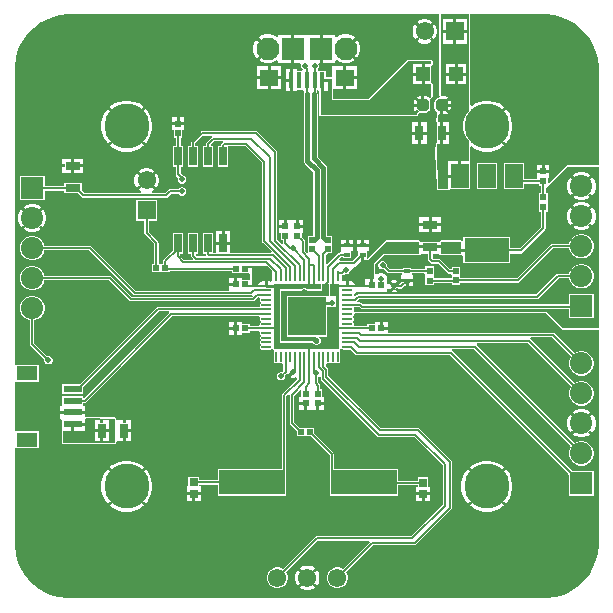
<source format=gtl>
G04*
G04 #@! TF.GenerationSoftware,Altium Limited,Altium Designer,24.1.2 (44)*
G04*
G04 Layer_Physical_Order=1*
G04 Layer_Color=255*
%FSLAX25Y25*%
%MOIN*%
G70*
G04*
G04 #@! TF.SameCoordinates,39EB1DAC-EBEA-44A6-9D02-620A6BFF75B3*
G04*
G04*
G04 #@! TF.FilePolarity,Positive*
G04*
G01*
G75*
%ADD13C,0.01000*%
%ADD15C,0.00800*%
%ADD16R,0.02126X0.02284*%
%ADD17R,0.02284X0.02126*%
%ADD18R,0.02756X0.05118*%
%ADD19R,0.22047X0.08268*%
%ADD20R,0.02648X0.02816*%
%ADD21R,0.02029X0.01860*%
%ADD22R,0.01860X0.02029*%
%ADD23R,0.01968X0.01575*%
%ADD24R,0.14961X0.07874*%
%ADD25R,0.05906X0.07874*%
G04:AMPARAMS|DCode=26|XSize=40mil|YSize=40mil|CornerRadius=10mil|HoleSize=0mil|Usage=FLASHONLY|Rotation=90.000|XOffset=0mil|YOffset=0mil|HoleType=Round|Shape=RoundedRectangle|*
%AMROUNDEDRECTD26*
21,1,0.04000,0.02000,0,0,90.0*
21,1,0.02000,0.04000,0,0,90.0*
1,1,0.02000,0.01000,0.01000*
1,1,0.02000,0.01000,-0.01000*
1,1,0.02000,-0.01000,-0.01000*
1,1,0.02000,-0.01000,0.01000*
%
%ADD26ROUNDEDRECTD26*%
%ADD27R,0.12598X0.12598*%
%ADD28O,0.00787X0.03445*%
%ADD29O,0.03445X0.00787*%
%ADD30R,0.02165X0.02362*%
%ADD31R,0.05118X0.02756*%
%ADD32R,0.04724X0.04724*%
%ADD33R,0.01575X0.05315*%
%ADD34R,0.06299X0.05512*%
%ADD35R,0.07480X0.07480*%
%ADD36R,0.02559X0.06102*%
%ADD37R,0.07087X0.04724*%
%ADD38R,0.06102X0.02362*%
%ADD65C,0.00600*%
%ADD66C,0.01687*%
%ADD67C,0.06102*%
%ADD68R,0.06102X0.06102*%
%ADD69R,0.06102X0.06102*%
%ADD70C,0.07677*%
%ADD71C,0.07382*%
%ADD72R,0.07382X0.07382*%
%ADD73C,0.15000*%
%ADD74C,0.02000*%
%ADD75C,0.01968*%
G36*
X139900Y179162D02*
X137688D01*
Y178055D01*
X136688D01*
Y179162D01*
X133826D01*
Y176300D01*
X134934D01*
Y175300D01*
X133826D01*
Y172438D01*
X136688D01*
Y173545D01*
X137688D01*
Y172438D01*
X139900D01*
Y168138D01*
X139400Y167937D01*
X138880Y168284D01*
X138100Y168439D01*
X137600D01*
Y167292D01*
X136600D01*
Y168439D01*
X136100D01*
X135320Y168284D01*
X135082Y168125D01*
X135917Y167290D01*
X135210Y166583D01*
X134375Y167418D01*
X134216Y167180D01*
X134061Y166400D01*
Y165900D01*
X135208D01*
Y164900D01*
X134061D01*
Y164400D01*
X134216Y163620D01*
X134375Y163382D01*
X135210Y164217D01*
X135917Y163510D01*
X135082Y162675D01*
X135194Y162600D01*
X135043Y162100D01*
X103000D01*
Y170043D01*
X103043D01*
Y171151D01*
X104043D01*
Y170043D01*
X105331D01*
Y173201D01*
X104223D01*
Y174201D01*
X105331D01*
Y174300D01*
X106700D01*
Y167200D01*
X119000Y167200D01*
X132000Y180200D01*
X139900D01*
Y179162D01*
D02*
G37*
G36*
X152400Y163572D02*
X152328Y163500D01*
X151464Y162207D01*
X150868Y160769D01*
X150565Y159243D01*
Y157686D01*
X150868Y156160D01*
X151464Y154722D01*
X152328Y153429D01*
X152400Y153357D01*
Y146739D01*
X149845D01*
Y145631D01*
X148845D01*
Y146739D01*
X145392D01*
Y142302D01*
X146500D01*
Y141302D01*
X145392D01*
Y137600D01*
X142102Y137600D01*
X141722Y150464D01*
X141786Y152541D01*
X142940D01*
Y153648D01*
X143940D01*
Y152541D01*
X145818D01*
Y155600D01*
X144711D01*
Y156600D01*
X145818D01*
Y159659D01*
X143940D01*
Y158552D01*
X142940D01*
Y159659D01*
X142367D01*
X142019Y160018D01*
X142084Y162109D01*
X142400Y162361D01*
X142900D01*
Y163508D01*
X143900D01*
Y162361D01*
X144400D01*
X145180Y162516D01*
X145418Y162675D01*
X144583Y163510D01*
X145290Y164217D01*
X146125Y163382D01*
X146284Y163620D01*
X146439Y164400D01*
Y164900D01*
X145292D01*
Y165900D01*
X146439D01*
Y166400D01*
X146284Y167180D01*
X146125Y167418D01*
X145290Y166583D01*
X144583Y167290D01*
X145418Y168125D01*
X145180Y168284D01*
X144400Y168439D01*
X143172D01*
X143000Y168700D01*
Y195831D01*
X152400D01*
Y163572D01*
D02*
G37*
G36*
X180815Y195511D02*
X183178Y194878D01*
X185439Y193942D01*
X187557Y192719D01*
X189499Y191229D01*
X191229Y189499D01*
X192719Y187557D01*
X193942Y185439D01*
X194878Y183178D01*
X195511Y180815D01*
X195831Y178389D01*
Y177165D01*
Y145333D01*
X185200D01*
X184894Y145206D01*
X179145Y139457D01*
X178683Y139648D01*
Y141192D01*
X179283D01*
Y142873D01*
X178175D01*
Y143873D01*
X179283D01*
Y145554D01*
X177700D01*
Y144447D01*
X176700D01*
Y145554D01*
X175117D01*
Y143873D01*
X176225D01*
Y142873D01*
X175117D01*
Y141192D01*
X174762Y140842D01*
X170808D01*
Y146139D01*
X164102D01*
Y137465D01*
X170808D01*
Y139211D01*
X175717D01*
Y138446D01*
X176384D01*
Y136254D01*
X175717D01*
Y133092D01*
X175717D01*
Y132908D01*
X175717D01*
Y129746D01*
X176384D01*
Y124838D01*
X169360Y117814D01*
X166280D01*
Y121335D01*
X150520D01*
Y120566D01*
X150020Y120291D01*
X149920Y120333D01*
X143059D01*
X142753Y120206D01*
X142459Y119938D01*
X136541D01*
X136247Y120206D01*
X135941Y120333D01*
X124756D01*
X124750Y120330D01*
X124743Y120333D01*
X124598Y120267D01*
X124450Y120206D01*
X124447Y120200D01*
X124441Y120197D01*
X118862Y114285D01*
X118438Y114473D01*
X118384Y114633D01*
X118384Y116713D01*
X118812Y116887D01*
X118984D01*
Y118175D01*
X117877D01*
Y119175D01*
X118984D01*
Y120462D01*
X117500D01*
Y119355D01*
X116500D01*
Y120462D01*
X115016D01*
Y119175D01*
X116123D01*
Y118175D01*
X115016D01*
Y116887D01*
X115188D01*
X115616Y116713D01*
X115616Y116387D01*
Y115491D01*
X113740Y113616D01*
X109476D01*
X109269Y114116D01*
X109863Y114709D01*
X110516D01*
Y114338D01*
X113284D01*
X113284Y116713D01*
X113712Y116887D01*
X113884D01*
Y118175D01*
X112777D01*
Y119175D01*
X113884D01*
Y120462D01*
X112400D01*
Y119355D01*
X111400D01*
Y120462D01*
X109916D01*
Y119175D01*
X111023D01*
Y118175D01*
X109916D01*
Y116887D01*
X109916D01*
X110115Y116399D01*
X110104Y116341D01*
X109525D01*
X109525Y116341D01*
X109213Y116279D01*
X108948Y116102D01*
X108948Y116102D01*
X105253Y112406D01*
X104753Y112613D01*
Y115424D01*
X105324Y115995D01*
X106830D01*
Y118476D01*
X106830Y118824D01*
X106830Y119324D01*
Y121805D01*
X105536D01*
X105468Y121818D01*
X105211Y122075D01*
Y144579D01*
X105115Y145064D01*
X104840Y145476D01*
X102055Y148261D01*
Y169100D01*
X101958Y169585D01*
X101800Y169822D01*
Y170290D01*
X101927Y170417D01*
X102527Y170159D01*
X102567Y170043D01*
Y162100D01*
X102694Y161794D01*
X103000Y161667D01*
X135043D01*
X135142Y161708D01*
X135248Y161719D01*
X135289Y161769D01*
X135350Y161794D01*
X135390Y161892D01*
X135458Y161975D01*
X135608Y162475D01*
X135598Y162579D01*
X136010Y162990D01*
X136100Y162973D01*
X138100D01*
X138646Y163081D01*
X139109Y163391D01*
X139419Y163854D01*
X139527Y164400D01*
Y166400D01*
X139419Y166946D01*
X139365Y167026D01*
X139447Y167358D01*
X139487Y167420D01*
X139613Y167556D01*
X140061Y167736D01*
X140124Y167798D01*
X140206Y167831D01*
X140238Y167909D01*
X140298Y167967D01*
X140299Y168056D01*
X140333Y168138D01*
Y172438D01*
X140206Y172744D01*
X139950Y173038D01*
Y178562D01*
X140206Y178856D01*
X140333Y179162D01*
Y180200D01*
X140206Y180506D01*
X139900Y180633D01*
X132000D01*
X131694Y180506D01*
X118821Y167633D01*
X107133Y167633D01*
Y170831D01*
X110524D01*
Y171938D01*
X111524D01*
Y170831D01*
X115173D01*
Y174087D01*
X114066D01*
Y175087D01*
X115173D01*
Y178342D01*
X111524D01*
Y177235D01*
X110524D01*
Y178342D01*
X106874D01*
Y174849D01*
X106700Y174733D01*
X105331D01*
X105231Y174691D01*
X104731Y174926D01*
Y176758D01*
X102159Y176758D01*
X102006Y176911D01*
X102006Y177529D01*
X102176Y177699D01*
X102389Y178214D01*
Y178771D01*
X102298Y178992D01*
X102622Y179492D01*
X102650D01*
Y180600D01*
X103650D01*
Y179492D01*
X107890D01*
Y180264D01*
X108352Y180455D01*
X108446Y180360D01*
X109550Y179724D01*
X110780Y179394D01*
X112054D01*
X113285Y179724D01*
X114388Y180360D01*
X114485Y180457D01*
X113679Y181263D01*
X114386Y181971D01*
X115192Y181165D01*
X115289Y181261D01*
X115926Y182365D01*
X116256Y183595D01*
Y184869D01*
X115926Y186100D01*
X115289Y187203D01*
X115192Y187300D01*
X114386Y186494D01*
X113679Y187201D01*
X114485Y188007D01*
X114388Y188104D01*
X113285Y188741D01*
X112054Y189071D01*
X110780D01*
X109550Y188741D01*
X108446Y188104D01*
X108352Y188009D01*
X107890Y188201D01*
Y188972D01*
X103650D01*
Y187865D01*
X102650D01*
Y188972D01*
X94201D01*
Y187865D01*
X93201D01*
Y188972D01*
X88961D01*
Y188201D01*
X88499Y188009D01*
X88404Y188104D01*
X87301Y188741D01*
X86070Y189071D01*
X84796D01*
X83565Y188741D01*
X82462Y188104D01*
X82365Y188007D01*
X83171Y187201D01*
X82464Y186494D01*
X81658Y187300D01*
X81561Y187203D01*
X80924Y186100D01*
X80594Y184869D01*
Y183595D01*
X80924Y182365D01*
X81561Y181261D01*
X81658Y181165D01*
X82464Y181971D01*
X83171Y181263D01*
X82365Y180457D01*
X82462Y180360D01*
X83565Y179724D01*
X84796Y179394D01*
X86070D01*
X87301Y179724D01*
X88404Y180360D01*
X88499Y180455D01*
X88961Y180264D01*
Y179492D01*
X93201D01*
Y180600D01*
X94201D01*
Y179492D01*
X96144D01*
X96478Y178992D01*
X96400Y178803D01*
Y178246D01*
X96613Y177732D01*
X97007Y177338D01*
X96940Y176824D01*
X96877Y176758D01*
X95095D01*
Y177358D01*
X93807D01*
Y176251D01*
X92807D01*
Y177358D01*
X91520D01*
Y174201D01*
X92627D01*
Y173201D01*
X91520D01*
Y170043D01*
X92807D01*
Y171151D01*
X93807D01*
Y170043D01*
X95095D01*
Y170643D01*
X97256Y170643D01*
X97610Y170290D01*
Y169856D01*
X97429Y169585D01*
X97332Y169100D01*
Y146830D01*
X97429Y146345D01*
X97703Y145933D01*
X100489Y143148D01*
Y122075D01*
X100232Y121818D01*
X100164Y121805D01*
X98870D01*
Y119324D01*
X98870Y118976D01*
X98870Y118476D01*
Y116429D01*
X98370Y116222D01*
X97816Y116776D01*
Y120086D01*
X97754Y120398D01*
X97577Y120663D01*
X97577Y120663D01*
X96663Y121576D01*
Y122894D01*
X97263D01*
Y124535D01*
X96155D01*
Y125535D01*
X97263D01*
Y127177D01*
X95700D01*
Y126070D01*
X94700D01*
Y127177D01*
X91800D01*
Y126070D01*
X90800D01*
Y127177D01*
X89237D01*
Y125535D01*
X90345D01*
Y124535D01*
X89237D01*
Y122894D01*
X89837D01*
Y120423D01*
X90484D01*
Y119432D01*
X90335Y119316D01*
X90008Y119202D01*
X88614Y120596D01*
Y149700D01*
X88559Y149973D01*
X88405Y150205D01*
X82105Y156505D01*
X81873Y156659D01*
X81600Y156714D01*
X63500D01*
X63227Y156659D01*
X62995Y156505D01*
X59995Y153505D01*
X59841Y153273D01*
X59786Y153000D01*
Y151820D01*
X58820D01*
Y144917D01*
X62179D01*
Y151820D01*
X61214D01*
Y152704D01*
X63796Y155286D01*
X66705D01*
X66817Y154786D01*
X66695Y154705D01*
X65095Y153105D01*
X64941Y152873D01*
X64886Y152600D01*
Y151820D01*
X63820D01*
Y144917D01*
X67180D01*
Y151820D01*
X66351D01*
X66329Y152320D01*
X67496Y153486D01*
X70295D01*
X70320Y153454D01*
X70477Y152986D01*
X70095Y152605D01*
X69941Y152373D01*
X69886Y152100D01*
Y151820D01*
X68821D01*
Y144917D01*
X72180D01*
Y151820D01*
X72652Y151886D01*
X78004D01*
X83586Y146304D01*
Y120100D01*
X83641Y119827D01*
X83795Y119595D01*
X86727Y116664D01*
X86520Y116164D01*
X72780D01*
Y118931D01*
X71672D01*
Y119931D01*
X72780D01*
Y123483D01*
X71000D01*
Y122375D01*
X70000D01*
Y123483D01*
X68221D01*
Y119931D01*
X69328D01*
Y118931D01*
X68221D01*
Y116164D01*
X67180D01*
Y122883D01*
X63820D01*
Y115980D01*
X64789D01*
X64944Y115504D01*
X64685Y115014D01*
X61796D01*
X61329Y115480D01*
X61492Y115980D01*
X62179D01*
Y122883D01*
X58820D01*
Y115980D01*
X59786D01*
Y115300D01*
X59841Y115027D01*
X59995Y114795D01*
X60515Y114276D01*
X60324Y113814D01*
X57596D01*
X56114Y115296D01*
Y115980D01*
X57179D01*
Y122883D01*
X53821D01*
Y116990D01*
X50786Y113955D01*
X50631Y113723D01*
X50577Y113450D01*
Y112684D01*
X50223Y112330D01*
X49876D01*
X49377Y112330D01*
X49023Y112684D01*
Y119590D01*
X48969Y119863D01*
X48814Y120095D01*
X45714Y123196D01*
Y126949D01*
X48451D01*
Y133851D01*
X41549D01*
Y126949D01*
X44286D01*
Y122900D01*
X44341Y122627D01*
X44495Y122395D01*
X47596Y119295D01*
Y112330D01*
X46895D01*
Y109670D01*
X49376D01*
X49724Y109670D01*
X50224Y109670D01*
X52705D01*
Y110186D01*
X73395D01*
Y109570D01*
X76224D01*
Y109570D01*
X76376D01*
Y109570D01*
X79205D01*
X79567Y109237D01*
Y107684D01*
X79377Y107263D01*
X76906D01*
Y107863D01*
X75265D01*
Y106755D01*
X74265D01*
Y107863D01*
X72623D01*
Y106300D01*
X73730D01*
Y105300D01*
X72623D01*
Y103737D01*
X72215Y103514D01*
X41396D01*
X26609Y118300D01*
X26378Y118455D01*
X26105Y118509D01*
X10934D01*
X10702Y119374D01*
X10163Y120307D01*
X9402Y121069D01*
X8469Y121607D01*
X7428Y121886D01*
X6351D01*
X5311Y121607D01*
X4378Y121069D01*
X3616Y120307D01*
X3078Y119374D01*
X2799Y118334D01*
Y117257D01*
X3078Y116216D01*
X3616Y115283D01*
X4378Y114522D01*
X5311Y113983D01*
X6351Y113704D01*
X7428D01*
X8469Y113983D01*
X9402Y114522D01*
X10163Y115283D01*
X10702Y116216D01*
X10934Y117082D01*
X25809D01*
X40595Y102295D01*
X40827Y102141D01*
X41100Y102086D01*
X79800D01*
X80073Y102141D01*
X80106Y102163D01*
X80440Y101784D01*
X80204Y101514D01*
X40096D01*
X33309Y108300D01*
X33078Y108455D01*
X32805Y108509D01*
X10934D01*
X10702Y109374D01*
X10163Y110307D01*
X9402Y111069D01*
X8469Y111607D01*
X7428Y111886D01*
X6351D01*
X5311Y111607D01*
X4378Y111069D01*
X3616Y110307D01*
X3078Y109374D01*
X2799Y108334D01*
Y107257D01*
X3078Y106216D01*
X3616Y105283D01*
X4378Y104522D01*
X5311Y103983D01*
X6351Y103704D01*
X7428D01*
X8469Y103983D01*
X9402Y104522D01*
X10163Y105283D01*
X10702Y106216D01*
X10934Y107082D01*
X32509D01*
X39295Y100295D01*
X39527Y100141D01*
X39800Y100086D01*
X80500D01*
X80773Y100141D01*
X81005Y100295D01*
X82082Y101373D01*
X82592D01*
X82850Y100873D01*
X82815Y100821D01*
X82754Y100512D01*
X82815Y100202D01*
X82991Y99940D01*
Y99509D01*
X82815Y99247D01*
X82754Y98937D01*
X82815Y98627D01*
X82850Y98576D01*
X82592Y98076D01*
X48685D01*
X48412Y98022D01*
X48180Y97867D01*
X22761Y72447D01*
X16868D01*
Y69285D01*
X23770D01*
Y71438D01*
X48981Y96649D01*
X52336D01*
X52539Y96149D01*
X24270Y67879D01*
X23770Y68086D01*
Y68510D01*
X16868D01*
X16868Y65348D01*
X16440Y65173D01*
X16268D01*
Y63492D01*
X17375D01*
Y62492D01*
X16268D01*
Y60811D01*
X16440D01*
X16868Y60636D01*
Y57474D01*
X16868Y57474D01*
X16908Y56974D01*
X16867Y56874D01*
Y52800D01*
X16994Y52494D01*
X17300Y52367D01*
X34400D01*
X34706Y52494D01*
X34833Y52800D01*
Y52977D01*
X35162Y53341D01*
X35333Y53341D01*
X37040D01*
Y54448D01*
X38040D01*
Y53341D01*
X39918D01*
Y56400D01*
X38811D01*
Y57400D01*
X39918D01*
Y60459D01*
X38040D01*
Y59351D01*
X37040D01*
Y60459D01*
X35333D01*
X35162Y60459D01*
X34833Y60823D01*
Y60950D01*
X34770Y61102D01*
X34708Y61255D01*
X34707Y61255D01*
X34706Y61256D01*
X34554Y61319D01*
X34402Y61383D01*
X24727Y61440D01*
X24722Y61444D01*
X24377Y61819D01*
X24370Y61834D01*
Y62492D01*
X23262D01*
Y63492D01*
X24370D01*
Y65173D01*
X24198D01*
X23770Y65348D01*
X23770Y65673D01*
Y66215D01*
X24329D01*
X24602Y66270D01*
X24834Y66425D01*
X53483Y95074D01*
X82592D01*
X82850Y94574D01*
X82815Y94522D01*
X82754Y94213D01*
X82815Y93903D01*
X82991Y93640D01*
Y93210D01*
X82815Y92948D01*
X82754Y92638D01*
X82815Y92328D01*
X82824Y92316D01*
X82556Y91816D01*
X79377D01*
Y92463D01*
X76906D01*
Y93063D01*
X75265D01*
Y91955D01*
X74265D01*
Y93063D01*
X72623D01*
Y91500D01*
X73730D01*
Y90500D01*
X72623D01*
Y88937D01*
X74265D01*
Y90045D01*
X75265D01*
Y88937D01*
X76906D01*
Y89537D01*
X79377D01*
Y90184D01*
X82472D01*
X82592Y90049D01*
X82793Y89684D01*
X82754Y89488D01*
X82815Y89179D01*
X82991Y88916D01*
Y88486D01*
X82815Y88223D01*
X82754Y87913D01*
X82815Y87604D01*
X82991Y87341D01*
Y86911D01*
X82815Y86648D01*
X82754Y86339D01*
X82815Y86029D01*
X82991Y85766D01*
Y85336D01*
X82815Y85074D01*
X82754Y84764D01*
X82815Y84454D01*
X82991Y84192D01*
X83253Y84016D01*
X83563Y83955D01*
X86221D01*
X86530Y84016D01*
X86697Y84128D01*
X86717Y84131D01*
X87099Y84055D01*
X87256Y83985D01*
X87294Y83894D01*
X87424Y83840D01*
X87504Y83645D01*
X87566Y83349D01*
X87560Y83283D01*
X87441Y83105D01*
X87380Y82795D01*
Y80138D01*
X87441Y79828D01*
X87617Y79566D01*
X87879Y79390D01*
X88189Y79329D01*
X88499Y79390D01*
X88761Y79566D01*
X89192D01*
X89454Y79390D01*
X89764Y79329D01*
X90074Y79390D01*
X90125Y79425D01*
X90625Y79166D01*
Y76934D01*
X90158Y76467D01*
X90079Y76500D01*
X89521D01*
X89007Y76287D01*
X88613Y75893D01*
X88400Y75379D01*
Y74822D01*
X88613Y74307D01*
X89007Y73913D01*
X89521Y73700D01*
X90079D01*
X90593Y73913D01*
X90987Y74307D01*
X91200Y74822D01*
Y75379D01*
X91181Y75423D01*
X91507Y75772D01*
X91976Y75678D01*
X92062Y75469D01*
X92910Y76317D01*
X93617Y75610D01*
X92769Y74762D01*
X93402Y74500D01*
X94198D01*
X94645Y74685D01*
X95151Y74418D01*
X95195Y74104D01*
X90295Y69205D01*
X90141Y68973D01*
X90086Y68700D01*
Y44204D01*
X68701D01*
Y40384D01*
X62424D01*
Y41492D01*
X58976D01*
Y38324D01*
X58376D01*
Y36416D01*
X59484D01*
Y35416D01*
X58376D01*
Y33508D01*
X60200D01*
Y34615D01*
X61200D01*
Y33508D01*
X63024D01*
Y35416D01*
X61916D01*
Y36416D01*
X63024D01*
Y38324D01*
X62424D01*
Y38956D01*
X68701D01*
Y35136D01*
X91548D01*
Y44204D01*
X91514D01*
Y68404D01*
X92218Y69109D01*
X92618Y68931D01*
X92686Y68870D01*
Y59325D01*
X92741Y59052D01*
X92895Y58820D01*
X94995Y56721D01*
Y55070D01*
X97476D01*
X97824Y55070D01*
X98324Y55070D01*
X99711D01*
X106089Y48692D01*
Y43504D01*
X106102Y43435D01*
Y35136D01*
X128950D01*
Y38870D01*
X135476D01*
Y38224D01*
X134876D01*
Y36316D01*
X135984D01*
Y35316D01*
X134876D01*
Y33408D01*
X136700D01*
Y34515D01*
X137700D01*
Y33408D01*
X139524D01*
Y35316D01*
X138416D01*
Y36316D01*
X139524D01*
Y38224D01*
X138924D01*
Y41392D01*
X135476D01*
Y40298D01*
X128950D01*
Y44204D01*
X107516D01*
Y48988D01*
X107462Y49261D01*
X107307Y49493D01*
X100805Y55995D01*
Y57730D01*
X98324D01*
X97976Y57730D01*
X97476Y57730D01*
X96004D01*
X94114Y59621D01*
Y68604D01*
X96037Y70528D01*
X96537Y70321D01*
Y68206D01*
X95937D01*
Y66565D01*
X97045D01*
Y65565D01*
X95937D01*
Y63923D01*
X97500D01*
Y65030D01*
X98500D01*
Y63923D01*
X101600D01*
Y65030D01*
X102600D01*
Y63923D01*
X104163D01*
Y65565D01*
X103055D01*
Y66565D01*
X104163D01*
Y68206D01*
X103563D01*
Y70677D01*
X102916D01*
Y71980D01*
X102916Y71980D01*
X102854Y72292D01*
X102677Y72557D01*
X102216Y73018D01*
Y74718D01*
X102490Y74943D01*
X102986Y74753D01*
Y74200D01*
X103041Y73927D01*
X103195Y73695D01*
X121895Y54995D01*
X122127Y54841D01*
X122400Y54786D01*
X134304D01*
X143686Y45404D01*
Y32196D01*
X133204Y21714D01*
X101709D01*
X101435Y21659D01*
X101204Y21505D01*
X90469Y10770D01*
X89915Y11090D01*
X89037Y11325D01*
X88128D01*
X87251Y11090D01*
X86464Y10636D01*
X85821Y9993D01*
X85367Y9206D01*
X85132Y8328D01*
Y7420D01*
X85367Y6542D01*
X85821Y5755D01*
X86464Y5112D01*
X87251Y4658D01*
X88128Y4423D01*
X89037D01*
X89915Y4658D01*
X90702Y5112D01*
X91344Y5755D01*
X91799Y6542D01*
X92034Y7420D01*
Y8328D01*
X91799Y9206D01*
X91479Y9761D01*
X102004Y20286D01*
X119279D01*
X119486Y19786D01*
X110469Y10770D01*
X109915Y11090D01*
X109037Y11325D01*
X108128D01*
X107251Y11090D01*
X106464Y10636D01*
X105821Y9993D01*
X105367Y9206D01*
X105131Y8328D01*
Y7420D01*
X105367Y6542D01*
X105821Y5755D01*
X106464Y5112D01*
X107251Y4658D01*
X108128Y4423D01*
X109037D01*
X109915Y4658D01*
X110702Y5112D01*
X111344Y5755D01*
X111799Y6542D01*
X112034Y7420D01*
Y8328D01*
X111799Y9206D01*
X111479Y9761D01*
X120604Y18886D01*
X134400D01*
X134673Y18941D01*
X134905Y19095D01*
X146605Y30795D01*
X146759Y31027D01*
X146814Y31300D01*
Y46500D01*
X146759Y46773D01*
X146605Y47005D01*
X136005Y57605D01*
X135773Y57759D01*
X135500Y57814D01*
X122996D01*
X105614Y75196D01*
Y77179D01*
X105559Y77453D01*
X105405Y77684D01*
X104651Y78438D01*
Y79166D01*
X105151Y79425D01*
X105202Y79390D01*
X105512Y79329D01*
X105822Y79390D01*
X106084Y79566D01*
X106514D01*
X106777Y79390D01*
X107087Y79329D01*
X107396Y79390D01*
X107659Y79566D01*
X108089D01*
X108352Y79390D01*
X108661Y79329D01*
X108971Y79390D01*
X109234Y79566D01*
X109409Y79828D01*
X109471Y80138D01*
Y82795D01*
X109409Y83105D01*
X109279Y83300D01*
X109277Y83313D01*
X109333Y83644D01*
X109407Y83853D01*
X109506Y83894D01*
X109563Y84032D01*
X109837Y84120D01*
X110055Y84160D01*
X110114Y84154D01*
X110320Y84016D01*
X110630Y83955D01*
X111926D01*
X111959Y83948D01*
X112937D01*
X114562Y82323D01*
X114562Y82323D01*
X114826Y82146D01*
X115139Y82084D01*
X115139Y82084D01*
X146093D01*
X185870Y42307D01*
Y35279D01*
X194052D01*
Y43461D01*
X187023D01*
X147008Y83477D01*
X146846Y83584D01*
X146945Y84084D01*
X154093D01*
X186544Y51634D01*
X186149Y50949D01*
X185870Y49909D01*
Y48831D01*
X186149Y47791D01*
X186687Y46858D01*
X187449Y46097D01*
X188382Y45558D01*
X189422Y45279D01*
X190499D01*
X191540Y45558D01*
X192473Y46097D01*
X193234Y46858D01*
X193773Y47791D01*
X194052Y48831D01*
Y49909D01*
X193773Y50949D01*
X193234Y51882D01*
X192473Y52644D01*
X191540Y53182D01*
X190499Y53461D01*
X189422D01*
X188382Y53182D01*
X187697Y52787D01*
X155008Y85477D01*
X154996Y85484D01*
X155148Y85984D01*
X172193D01*
X186544Y71633D01*
X186149Y70949D01*
X185870Y69909D01*
Y68831D01*
X186149Y67791D01*
X186687Y66858D01*
X187449Y66097D01*
X188382Y65558D01*
X189422Y65279D01*
X190499D01*
X191540Y65558D01*
X192473Y66097D01*
X193234Y66858D01*
X193773Y67791D01*
X194052Y68831D01*
Y69909D01*
X193773Y70949D01*
X193234Y71882D01*
X192473Y72644D01*
X191540Y73182D01*
X190499Y73461D01*
X189422D01*
X188382Y73182D01*
X187697Y72787D01*
X173108Y87377D01*
X172947Y87484D01*
X173045Y87984D01*
X180193D01*
X186544Y81634D01*
X186149Y80949D01*
X185870Y79909D01*
Y78831D01*
X186149Y77791D01*
X186687Y76858D01*
X187449Y76096D01*
X188382Y75558D01*
X189422Y75279D01*
X190499D01*
X191540Y75558D01*
X192473Y76096D01*
X193234Y76858D01*
X193773Y77791D01*
X194052Y78831D01*
Y79909D01*
X193773Y80949D01*
X193234Y81882D01*
X192473Y82644D01*
X191540Y83182D01*
X190499Y83461D01*
X189422D01*
X188382Y83182D01*
X187697Y82787D01*
X181107Y89377D01*
X180843Y89554D01*
X180531Y89616D01*
X180531Y89616D01*
X125377D01*
Y90600D01*
X124270D01*
Y91600D01*
X125377D01*
Y93163D01*
X123735D01*
Y92055D01*
X122735D01*
Y93163D01*
X121094D01*
Y92563D01*
X118623D01*
Y91879D01*
X114336D01*
X114063Y92286D01*
X114045Y92379D01*
X114097Y92638D01*
X114035Y92948D01*
X113860Y93210D01*
Y93640D01*
X114035Y93903D01*
X114097Y94213D01*
X114035Y94522D01*
X113860Y94785D01*
Y95215D01*
X114035Y95478D01*
X114097Y95787D01*
X114551Y96067D01*
X178221D01*
X183594Y90694D01*
X183900Y90567D01*
X195700D01*
X195831Y90105D01*
Y19685D01*
Y18462D01*
X195511Y16036D01*
X194878Y13672D01*
X193942Y11412D01*
X192719Y9293D01*
X191229Y7352D01*
X189499Y5621D01*
X187557Y4132D01*
X185439Y2909D01*
X183178Y1972D01*
X180815Y1339D01*
X178389Y1020D01*
X18462D01*
X16036Y1339D01*
X13672Y1972D01*
X11412Y2909D01*
X9293Y4132D01*
X7352Y5621D01*
X5621Y7352D01*
X4132Y9293D01*
X2909Y11412D01*
X1972Y13672D01*
X1339Y16036D01*
X1020Y18462D01*
Y19685D01*
Y50716D01*
X1120Y51175D01*
X1519Y51175D01*
X9006D01*
Y56699D01*
X1519D01*
X1120Y56699D01*
X1020Y57158D01*
Y72764D01*
X1120Y73222D01*
X1519Y73222D01*
X9006D01*
Y78746D01*
X1519D01*
X1120Y78746D01*
X1020Y79205D01*
Y177165D01*
Y178389D01*
X1339Y180815D01*
X1972Y183178D01*
X2909Y185439D01*
X4132Y187557D01*
X5621Y189499D01*
X7352Y191229D01*
X9293Y192719D01*
X11412Y193942D01*
X13672Y194878D01*
X16036Y195511D01*
X18462Y195831D01*
X142567D01*
Y168700D01*
X142615Y168584D01*
X142639Y168462D01*
X142727Y168327D01*
X142567Y167905D01*
X142504Y167827D01*
X142400D01*
X141854Y167719D01*
X141391Y167409D01*
X141081Y166946D01*
X140973Y166400D01*
Y164400D01*
X141081Y163854D01*
X141391Y163391D01*
X141854Y163081D01*
X141946Y162553D01*
X141814Y162448D01*
X141805Y162432D01*
X141787Y162425D01*
X141726Y162289D01*
X141654Y162158D01*
X141659Y162140D01*
X141651Y162123D01*
X141586Y160031D01*
X141587Y160028D01*
X141586Y160025D01*
X141646Y159873D01*
X141703Y159722D01*
X141707Y159720D01*
X141708Y159717D01*
X141861Y159559D01*
X141662Y159059D01*
X141662D01*
Y153141D01*
X141480Y152847D01*
X141419Y152700D01*
X141353Y152554D01*
X141289Y150478D01*
X141294Y150464D01*
X141289Y150451D01*
X141669Y137587D01*
X141734Y137441D01*
X141796Y137294D01*
X141802Y137291D01*
X141805Y137285D01*
X141954Y137228D01*
X142102Y137167D01*
X145392Y137167D01*
X145698Y137294D01*
X145992Y137465D01*
X152698D01*
Y146139D01*
X152698D01*
X152778Y146605D01*
X152833Y146739D01*
Y151403D01*
X153333Y151671D01*
X154438Y150932D01*
X155985Y150291D01*
X157627Y149965D01*
X159302D01*
X160944Y150291D01*
X162491Y150932D01*
X163883Y151862D01*
X164121Y152101D01*
X163327Y152895D01*
X164034Y153603D01*
X164829Y152808D01*
X165067Y153046D01*
X165997Y154438D01*
X166638Y155985D01*
X166965Y157627D01*
Y159302D01*
X166638Y160944D01*
X165997Y162491D01*
X165067Y163883D01*
X164829Y164121D01*
X164034Y163327D01*
X163327Y164034D01*
X164121Y164829D01*
X163883Y165067D01*
X162491Y165997D01*
X160944Y166638D01*
X159302Y166965D01*
X157627D01*
X155985Y166638D01*
X154438Y165997D01*
X153333Y165259D01*
X152833Y165526D01*
Y195831D01*
X178389D01*
X180815Y195511D01*
D02*
G37*
G36*
X149920Y117498D02*
X151027D01*
Y116498D01*
X149920D01*
Y115900D01*
X148211D01*
X143059Y115900D01*
Y117660D01*
X141952D01*
Y118660D01*
X143059D01*
Y119900D01*
X149920D01*
Y117498D01*
D02*
G37*
G36*
X195831Y91054D02*
X195700Y91000D01*
X183900D01*
X178400Y96500D01*
X114100D01*
Y98223D01*
X115967D01*
X116395Y97795D01*
X116627Y97641D01*
X116900Y97586D01*
X185870D01*
Y94334D01*
X194052D01*
Y102516D01*
X185870D01*
Y99014D01*
X117196D01*
X116768Y99442D01*
X116536Y99596D01*
X116263Y99651D01*
X115263D01*
X115060Y100151D01*
X115796Y100886D01*
X175200D01*
X175473Y100941D01*
X175705Y101095D01*
X182396Y107786D01*
X185897D01*
X186149Y106846D01*
X186687Y105913D01*
X187449Y105152D01*
X188382Y104613D01*
X189422Y104334D01*
X190499D01*
X191540Y104613D01*
X192473Y105152D01*
X193234Y105913D01*
X193773Y106846D01*
X194052Y107887D01*
Y108964D01*
X193773Y110004D01*
X193234Y110937D01*
X192473Y111699D01*
X191540Y112237D01*
X190499Y112516D01*
X189422D01*
X188382Y112237D01*
X187449Y111699D01*
X186687Y110937D01*
X186149Y110004D01*
X185937Y109214D01*
X182100D01*
X181827Y109159D01*
X181595Y109005D01*
X174904Y102314D01*
X115500D01*
X115227Y102259D01*
X114995Y102105D01*
X114600Y101709D01*
X114100Y101916D01*
Y102600D01*
X114800Y103300D01*
X124793Y103300D01*
X124916Y103300D01*
X124916Y103300D01*
X125277Y103337D01*
X125277Y104075D01*
X125777Y104174D01*
X125862Y103969D01*
X126710Y104817D01*
X127417Y104110D01*
X126569Y103262D01*
X127202Y103000D01*
X127998D01*
X128631Y103262D01*
X127783Y104110D01*
X128490Y104817D01*
X129338Y103969D01*
X129469Y104286D01*
X129778D01*
X130051Y104341D01*
X130283Y104495D01*
X130925Y105138D01*
X131400D01*
Y106245D01*
X132400D01*
Y105138D01*
X133884D01*
Y106425D01*
X132777D01*
Y107425D01*
X133884D01*
Y108713D01*
X133712D01*
X133701Y108717D01*
X133582Y109306D01*
X133638Y109361D01*
X137564D01*
X137917Y109008D01*
Y108692D01*
X137917Y108192D01*
Y105346D01*
X140883D01*
Y106254D01*
X146770D01*
Y105595D01*
X149430D01*
Y106296D01*
X168710D01*
X168983Y106350D01*
X169214Y106505D01*
X180496Y117786D01*
X185897D01*
X186149Y116846D01*
X186687Y115913D01*
X187449Y115152D01*
X188382Y114613D01*
X189422Y114334D01*
X190499D01*
X191540Y114613D01*
X192473Y115152D01*
X193234Y115913D01*
X193773Y116846D01*
X194052Y117887D01*
Y118964D01*
X193773Y120004D01*
X193234Y120937D01*
X192473Y121699D01*
X191540Y122237D01*
X190499Y122516D01*
X189422D01*
X188382Y122237D01*
X187449Y121699D01*
X186687Y120937D01*
X186149Y120004D01*
X185937Y119214D01*
X180200D01*
X179927Y119159D01*
X179695Y119005D01*
X168414Y107723D01*
X149784D01*
X149430Y108077D01*
Y108424D01*
X149430Y108924D01*
Y111405D01*
X146770D01*
Y110806D01*
X146247D01*
X143077Y113977D01*
X142812Y114154D01*
X142500Y114216D01*
X142500Y114216D01*
X140638D01*
X140316Y114538D01*
Y115900D01*
X142626D01*
X142753Y115594D01*
X143059Y115467D01*
X148211Y115467D01*
X149920D01*
X150020Y115508D01*
X150520Y115234D01*
Y112661D01*
X166280D01*
Y115900D01*
X169800D01*
X177800Y123900D01*
Y123958D01*
X177954Y124188D01*
X178016Y124500D01*
X178016Y124500D01*
Y129746D01*
X178683D01*
Y132908D01*
X178683D01*
Y133092D01*
X178683D01*
Y136254D01*
X178016D01*
Y137716D01*
X185200Y144900D01*
X195831D01*
Y91054D01*
D02*
G37*
G36*
X135941Y118660D02*
X137048D01*
Y117660D01*
X135941D01*
Y115900D01*
X123900Y115900D01*
X120800Y112800D01*
Y107463D01*
X120565D01*
Y106355D01*
X119565D01*
Y107463D01*
X117923D01*
Y105505D01*
X117567Y105154D01*
X114743Y105194D01*
X114708Y105236D01*
X114600Y105780D01*
X114292Y106241D01*
X113831Y106549D01*
X113287Y106657D01*
X112459D01*
Y105522D01*
X111459D01*
Y106657D01*
X110630D01*
X110587Y106649D01*
X110200Y106966D01*
Y108130D01*
Y108704D01*
X110931D01*
X111308Y109000D01*
X111679D01*
X112193Y109213D01*
X112587Y109607D01*
X112800Y110122D01*
Y110173D01*
X116500Y113081D01*
Y113415D01*
Y114845D01*
X117500D01*
Y113738D01*
X118539D01*
X118984Y113738D01*
X119000Y113800D01*
X119000Y113800D01*
X124756Y119900D01*
X135941D01*
Y118660D01*
D02*
G37*
G36*
X138684Y114200D02*
X138684Y114200D01*
X138746Y113888D01*
X138923Y113623D01*
X139723Y112823D01*
X139988Y112646D01*
X140300Y112584D01*
X140300Y112584D01*
X142162D01*
X145333Y109414D01*
X145333Y109414D01*
X145598Y109237D01*
X145910Y109175D01*
X146416D01*
X146770Y108821D01*
Y108576D01*
X146770Y108182D01*
X146514Y107682D01*
X141236D01*
X140883Y108035D01*
X140883Y108508D01*
X140883Y109008D01*
Y111854D01*
X137917D01*
Y110789D01*
X133284D01*
Y111262D01*
X130516D01*
Y110789D01*
X126021D01*
X125067Y111742D01*
X125100Y111821D01*
Y112379D01*
X124887Y112893D01*
X124493Y113287D01*
X123978Y113500D01*
X123422D01*
X122907Y113287D01*
X122513Y112893D01*
X122300Y112379D01*
Y111821D01*
X122513Y111307D01*
X122907Y110913D01*
X123422Y110700D01*
X123978D01*
X124058Y110733D01*
X125221Y109570D01*
X125452Y109415D01*
X125725Y109361D01*
X130162D01*
X130218Y109306D01*
X130099Y108717D01*
X130088Y108713D01*
X129916D01*
Y107425D01*
X131023D01*
Y106425D01*
X129753D01*
X129470Y106163D01*
X128490Y105183D01*
X127783Y105890D01*
X128631Y106738D01*
X127998Y107000D01*
X127202D01*
X126569Y106738D01*
X127417Y105890D01*
X126710Y105183D01*
X125862Y106031D01*
X125777Y105826D01*
X125277Y105925D01*
Y107463D01*
X125200D01*
Y107998D01*
X124896Y108733D01*
X124333Y109295D01*
X123598Y109600D01*
X122802D01*
X122067Y109295D01*
X121872Y109100D01*
X121233D01*
Y112621D01*
X124079Y115467D01*
X135941Y115467D01*
X136247Y115594D01*
X136374Y115900D01*
X138684D01*
Y114200D01*
D02*
G37*
G36*
X86700Y110342D02*
Y106956D01*
X86313Y106639D01*
X86221Y106657D01*
X85392D01*
Y105522D01*
X84392D01*
Y106657D01*
X83563D01*
X83019Y106549D01*
X82558Y106241D01*
X82250Y105780D01*
X82198Y105517D01*
X80000Y105546D01*
Y111800D01*
X85242D01*
X86700Y110342D01*
D02*
G37*
G36*
X109200Y84200D02*
X99294D01*
X99213Y84216D01*
X99131Y84200D01*
X87600D01*
Y90855D01*
X87642Y91063D01*
X87600Y91272D01*
Y105028D01*
X87642Y105236D01*
X87600Y105445D01*
Y105800D01*
X99131D01*
X99213Y105784D01*
X99294Y105800D01*
X100706D01*
X100787Y105784D01*
X100869Y105800D01*
X103100D01*
Y104000D01*
X98679D01*
X98393Y104286D01*
X97878Y104499D01*
X97321D01*
X96807Y104286D01*
X96521Y104000D01*
X89391D01*
Y86300D01*
X100358D01*
X100438Y86108D01*
X100832Y85714D01*
X101347Y85501D01*
X101903D01*
X102418Y85714D01*
X102812Y86108D01*
X103025Y86622D01*
Y87179D01*
X102812Y87694D01*
X102418Y88088D01*
X101905Y88300D01*
X105100D01*
Y88301D01*
X105124D01*
Y98100D01*
X108100D01*
Y101900D01*
X106221D01*
Y105800D01*
X107005D01*
X107087Y105784D01*
X107168Y105800D01*
X109200D01*
Y84200D01*
D02*
G37*
G36*
X105668Y101900D02*
X91800Y101900D01*
Y101699D01*
X91726D01*
Y88301D01*
X91800D01*
Y88300D01*
X101472D01*
X101505Y88220D01*
Y88134D01*
X101566Y88073D01*
X101599Y87994D01*
X101679Y87961D01*
X101740Y87900D01*
X102173Y87721D01*
X102445Y87449D01*
X102592Y87093D01*
Y86708D01*
X102445Y86353D01*
X102173Y86081D01*
X101817Y85934D01*
X101433D01*
X101077Y86081D01*
X100805Y86353D01*
X100759Y86466D01*
X100698Y86527D01*
X100665Y86606D01*
X100585Y86639D01*
X100524Y86700D01*
X100438D01*
X100358Y86733D01*
X89824D01*
Y103567D01*
X96521D01*
X96827Y103694D01*
X97052Y103919D01*
X97408Y104066D01*
X97792D01*
X98148Y103919D01*
X98373Y103694D01*
X98679Y103567D01*
X103100D01*
X103406Y103694D01*
X103533Y104000D01*
Y105800D01*
X105430D01*
X105512Y105784D01*
X105594Y105800D01*
X105668D01*
Y101900D01*
D02*
G37*
G36*
X34400Y60950D02*
Y52800D01*
X17300D01*
Y56874D01*
X19819D01*
Y57982D01*
X20819D01*
Y56874D01*
X24370D01*
Y58555D01*
X23262D01*
Y59555D01*
X24370D01*
Y60654D01*
X24725Y61007D01*
X34400Y60950D01*
D02*
G37*
%LPC*%
G36*
X151751Y194051D02*
X148200D01*
Y192944D01*
X147200D01*
Y194051D01*
X143649D01*
Y190500D01*
X144756D01*
Y189500D01*
X143649D01*
Y185949D01*
X147200D01*
Y187056D01*
X148200D01*
Y185949D01*
X151751D01*
Y189500D01*
X150644D01*
Y190500D01*
X151751D01*
Y194051D01*
D02*
G37*
G36*
X151574Y179162D02*
X148712D01*
Y178055D01*
X147712D01*
Y179162D01*
X144850D01*
Y176300D01*
X145957D01*
Y175300D01*
X144850D01*
Y172438D01*
X147712D01*
Y173545D01*
X148712D01*
Y172438D01*
X151574D01*
Y175300D01*
X150466D01*
Y176300D01*
X151574D01*
Y179162D01*
D02*
G37*
G36*
X138233Y194051D02*
X137167D01*
X136136Y193775D01*
X135213Y193242D01*
X135189Y193218D01*
X136001Y192406D01*
X135294Y191699D01*
X134482Y192511D01*
X134458Y192488D01*
X133925Y191564D01*
X133649Y190533D01*
Y189467D01*
X133925Y188436D01*
X134458Y187513D01*
X134482Y187489D01*
X135294Y188301D01*
X136001Y187594D01*
X135189Y186782D01*
X135213Y186758D01*
X136136Y186225D01*
X137167Y185949D01*
X138233D01*
X139264Y186225D01*
X140188Y186758D01*
X140211Y186782D01*
X139399Y187594D01*
X140106Y188301D01*
X140918Y187489D01*
X140942Y187513D01*
X141475Y188436D01*
X141751Y189467D01*
Y190533D01*
X141475Y191564D01*
X140942Y192488D01*
X140918Y192511D01*
X140106Y191699D01*
X139399Y192406D01*
X140211Y193218D01*
X140188Y193242D01*
X139264Y193775D01*
X138233Y194051D01*
D02*
G37*
G36*
X89976Y178342D02*
X86327D01*
Y177235D01*
X85327D01*
Y178342D01*
X81677D01*
Y175087D01*
X82785D01*
Y174087D01*
X81677D01*
Y170831D01*
X85327D01*
Y171938D01*
X86327D01*
Y170831D01*
X89976D01*
Y174087D01*
X88869D01*
Y175087D01*
X89976D01*
Y178342D01*
D02*
G37*
G36*
X39223Y166965D02*
X37549D01*
X35906Y166638D01*
X34360Y165997D01*
X32967Y165067D01*
X32729Y164829D01*
X33524Y164034D01*
X32817Y163327D01*
X32022Y164121D01*
X31783Y163883D01*
X30853Y162491D01*
X30213Y160944D01*
X29886Y159302D01*
Y157627D01*
X30213Y155985D01*
X30853Y154438D01*
X31783Y153046D01*
X32022Y152808D01*
X32817Y153603D01*
X33524Y152895D01*
X32729Y152101D01*
X32967Y151862D01*
X34360Y150932D01*
X35906Y150291D01*
X37549Y149965D01*
X39223D01*
X40865Y150291D01*
X42412Y150932D01*
X43804Y151862D01*
X44043Y152101D01*
X43248Y152895D01*
X43955Y153603D01*
X44750Y152808D01*
X44988Y153046D01*
X45918Y154438D01*
X46559Y155985D01*
X46886Y157627D01*
Y159302D01*
X46559Y160944D01*
X45918Y162491D01*
X44988Y163883D01*
X44750Y164121D01*
X43955Y163327D01*
X43248Y164034D01*
X44043Y164829D01*
X43804Y165067D01*
X42412Y165997D01*
X40865Y166638D01*
X39223Y166965D01*
D02*
G37*
G36*
X57563Y161377D02*
X56000D01*
Y160270D01*
X55000D01*
Y161377D01*
X53437D01*
Y159735D01*
X54545D01*
Y158735D01*
X53437D01*
Y157094D01*
X54037D01*
Y154623D01*
X54684D01*
Y151820D01*
X53821D01*
Y144917D01*
X54684D01*
Y142325D01*
X54684Y142325D01*
X54746Y142013D01*
X54923Y141748D01*
X55486Y141185D01*
X55400Y140979D01*
Y140421D01*
X55613Y139907D01*
X56007Y139513D01*
X56521Y139300D01*
X57078D01*
X57593Y139513D01*
X57987Y139907D01*
X58200Y140421D01*
Y140979D01*
X57987Y141493D01*
X57593Y141887D01*
X57078Y142100D01*
X56878D01*
X56316Y142663D01*
Y144917D01*
X57179D01*
Y151820D01*
X56316D01*
Y154623D01*
X56963D01*
Y157094D01*
X57563D01*
Y158735D01*
X56455D01*
Y159735D01*
X57563D01*
Y161377D01*
D02*
G37*
G36*
X138338Y159659D02*
X136460D01*
Y158552D01*
X135460D01*
Y159659D01*
X133582D01*
Y156600D01*
X134689D01*
Y155600D01*
X133582D01*
Y152541D01*
X135460D01*
Y153648D01*
X136460D01*
Y152541D01*
X138338D01*
Y155600D01*
X137230D01*
Y156600D01*
X138338D01*
Y159659D01*
D02*
G37*
G36*
X23959Y147618D02*
X20900D01*
Y146511D01*
X19900D01*
Y147618D01*
X16841D01*
Y145740D01*
X17948D01*
Y144740D01*
X16841D01*
Y142862D01*
X19900D01*
Y143970D01*
X20900D01*
Y142862D01*
X23959D01*
Y144740D01*
X22851D01*
Y145740D01*
X23959D01*
Y147618D01*
D02*
G37*
G36*
X45533Y144451D02*
X44467D01*
X43436Y144175D01*
X42513Y143642D01*
X42489Y143618D01*
X43301Y142806D01*
X42594Y142099D01*
X41782Y142911D01*
X41758Y142887D01*
X41225Y141964D01*
X40949Y140933D01*
Y139867D01*
X41225Y138836D01*
X41758Y137912D01*
X41782Y137889D01*
X42594Y138701D01*
X43301Y137994D01*
X42489Y137182D01*
X42513Y137158D01*
X43279Y136716D01*
X43145Y136216D01*
X24279D01*
X23359Y137135D01*
Y139538D01*
X17441D01*
Y138575D01*
X10981D01*
Y141886D01*
X2799D01*
Y133704D01*
X10981D01*
Y136944D01*
X17441D01*
Y135982D01*
X22206D01*
X23364Y134823D01*
X23364Y134823D01*
X23629Y134646D01*
X23941Y134584D01*
X23941Y134584D01*
X51500D01*
X51500Y134584D01*
X51812Y134646D01*
X52077Y134823D01*
X53138Y135884D01*
X55636D01*
X56007Y135513D01*
X56521Y135300D01*
X57078D01*
X57593Y135513D01*
X57987Y135907D01*
X58200Y136422D01*
Y136978D01*
X57987Y137493D01*
X57593Y137887D01*
X57078Y138100D01*
X56521D01*
X56007Y137887D01*
X55636Y137516D01*
X52800D01*
X52800Y137516D01*
X52488Y137454D01*
X52223Y137277D01*
X52223Y137277D01*
X51162Y136216D01*
X46855D01*
X46721Y136716D01*
X47488Y137158D01*
X47511Y137182D01*
X46699Y137994D01*
X47406Y138701D01*
X48218Y137889D01*
X48242Y137912D01*
X48775Y138836D01*
X49051Y139867D01*
Y140933D01*
X48775Y141964D01*
X48242Y142887D01*
X48218Y142911D01*
X47406Y142099D01*
X46699Y142806D01*
X47511Y143618D01*
X47488Y143642D01*
X46564Y144175D01*
X45533Y144451D01*
D02*
G37*
G36*
X161753Y146139D02*
X155047D01*
Y137465D01*
X161753D01*
Y146139D01*
D02*
G37*
G36*
X7507Y132486D02*
X6272D01*
X5079Y132167D01*
X4009Y131549D01*
X3926Y131466D01*
X4733Y130659D01*
X4026Y129952D01*
X3219Y130759D01*
X3136Y130676D01*
X2519Y129606D01*
X2199Y128413D01*
Y127178D01*
X2519Y125985D01*
X3136Y124915D01*
X3219Y124832D01*
X4026Y125639D01*
X4733Y124932D01*
X3926Y124125D01*
X4009Y124042D01*
X5079Y123424D01*
X6272Y123104D01*
X7507D01*
X8700Y123424D01*
X9770Y124042D01*
X9853Y124125D01*
X9046Y124932D01*
X9753Y125639D01*
X10560Y124832D01*
X10643Y124915D01*
X11261Y125985D01*
X11581Y127178D01*
Y128413D01*
X11261Y129606D01*
X10643Y130676D01*
X10560Y130759D01*
X9753Y129952D01*
X9046Y130659D01*
X9853Y131466D01*
X9770Y131549D01*
X8700Y132167D01*
X7507Y132486D01*
D02*
G37*
G36*
X143059Y128018D02*
X140000D01*
Y126910D01*
X139000D01*
Y128018D01*
X135941D01*
Y126140D01*
X137048D01*
Y125140D01*
X135941D01*
Y123262D01*
X139000D01*
Y124370D01*
X140000D01*
Y123262D01*
X143059D01*
Y125140D01*
X141952D01*
Y126140D01*
X143059D01*
Y128018D01*
D02*
G37*
G36*
X7428Y101886D02*
X6351D01*
X5311Y101607D01*
X4378Y101069D01*
X3616Y100307D01*
X3078Y99374D01*
X2799Y98334D01*
Y97257D01*
X3078Y96216D01*
X3616Y95283D01*
X4378Y94522D01*
X5311Y93983D01*
X6176Y93751D01*
Y85810D01*
X6230Y85537D01*
X6385Y85306D01*
X10933Y80758D01*
X10900Y80678D01*
Y80121D01*
X11113Y79607D01*
X11507Y79213D01*
X12021Y79000D01*
X12578D01*
X13093Y79213D01*
X13487Y79607D01*
X13700Y80121D01*
Y80678D01*
X13487Y81193D01*
X13093Y81587D01*
X12578Y81800D01*
X12021D01*
X11942Y81767D01*
X7604Y86106D01*
Y93751D01*
X8469Y93983D01*
X9402Y94522D01*
X10163Y95283D01*
X10702Y96216D01*
X10981Y97257D01*
Y98334D01*
X10702Y99374D01*
X10163Y100307D01*
X9402Y101069D01*
X8469Y101607D01*
X7428Y101886D01*
D02*
G37*
G36*
X190578Y64061D02*
X189343D01*
X188150Y63741D01*
X187080Y63124D01*
X186997Y63041D01*
X187804Y62234D01*
X187097Y61526D01*
X186290Y62334D01*
X186207Y62250D01*
X185589Y61181D01*
X185270Y59988D01*
Y58753D01*
X185589Y57559D01*
X186207Y56490D01*
X186290Y56407D01*
X187097Y57214D01*
X187804Y56507D01*
X186997Y55699D01*
X187080Y55616D01*
X188150Y54999D01*
X189343Y54679D01*
X190578D01*
X191771Y54999D01*
X192841Y55616D01*
X192924Y55699D01*
X192117Y56507D01*
X192824Y57214D01*
X193631Y56407D01*
X193714Y56490D01*
X194332Y57559D01*
X194652Y58753D01*
Y59988D01*
X194332Y61181D01*
X193714Y62250D01*
X193631Y62334D01*
X192824Y61526D01*
X192117Y62234D01*
X192924Y63041D01*
X192841Y63124D01*
X191771Y63741D01*
X190578Y64061D01*
D02*
G37*
G36*
X159302Y46886D02*
X157627D01*
X155985Y46559D01*
X154438Y45918D01*
X153046Y44988D01*
X152808Y44750D01*
X153603Y43955D01*
X152895Y43248D01*
X152101Y44043D01*
X151862Y43804D01*
X150932Y42412D01*
X150291Y40865D01*
X149965Y39223D01*
Y37549D01*
X150291Y35906D01*
X150932Y34360D01*
X151862Y32967D01*
X152101Y32729D01*
X152895Y33524D01*
X153603Y32817D01*
X152808Y32022D01*
X153046Y31783D01*
X154438Y30853D01*
X155985Y30213D01*
X157627Y29886D01*
X159302D01*
X160944Y30213D01*
X162491Y30853D01*
X163883Y31783D01*
X164121Y32022D01*
X163327Y32817D01*
X164034Y33524D01*
X164829Y32729D01*
X165067Y32967D01*
X165997Y34360D01*
X166638Y35906D01*
X166965Y37549D01*
Y39223D01*
X166638Y40865D01*
X165997Y42412D01*
X165067Y43804D01*
X164829Y44043D01*
X164034Y43248D01*
X163327Y43955D01*
X164121Y44750D01*
X163883Y44988D01*
X162491Y45918D01*
X160944Y46559D01*
X159302Y46886D01*
D02*
G37*
G36*
X39223D02*
X37549D01*
X35906Y46559D01*
X34360Y45918D01*
X32967Y44988D01*
X32729Y44750D01*
X33524Y43955D01*
X32817Y43248D01*
X32022Y44043D01*
X31783Y43804D01*
X30853Y42412D01*
X30213Y40865D01*
X29886Y39223D01*
Y37549D01*
X30213Y35906D01*
X30853Y34360D01*
X31783Y32967D01*
X32022Y32729D01*
X32817Y33524D01*
X33524Y32817D01*
X32729Y32022D01*
X32967Y31783D01*
X34360Y30853D01*
X35906Y30213D01*
X37549Y29886D01*
X39223D01*
X40865Y30213D01*
X42412Y30853D01*
X43804Y31783D01*
X44043Y32022D01*
X43248Y32817D01*
X43955Y33524D01*
X44750Y32729D01*
X44988Y32967D01*
X45918Y34360D01*
X46559Y35906D01*
X46886Y37549D01*
Y39223D01*
X46559Y40865D01*
X45918Y42412D01*
X44988Y43804D01*
X44750Y44043D01*
X43955Y43248D01*
X43248Y43955D01*
X44043Y44750D01*
X43804Y44988D01*
X42412Y45918D01*
X40865Y46559D01*
X39223Y46886D01*
D02*
G37*
G36*
X99116Y11925D02*
X98049D01*
X97019Y11649D01*
X96095Y11116D01*
X96072Y11092D01*
X96884Y10280D01*
X96177Y9573D01*
X95364Y10385D01*
X95341Y10362D01*
X94808Y9438D01*
X94532Y8407D01*
Y7341D01*
X94808Y6310D01*
X95341Y5387D01*
X95364Y5363D01*
X96177Y6175D01*
X96884Y5468D01*
X96072Y4656D01*
X96095Y4632D01*
X97019Y4099D01*
X98049Y3823D01*
X99116D01*
X100146Y4099D01*
X101070Y4632D01*
X101094Y4656D01*
X100282Y5468D01*
X100989Y6175D01*
X101801Y5363D01*
X101824Y5387D01*
X102358Y6310D01*
X102634Y7341D01*
Y8407D01*
X102358Y9438D01*
X101824Y10362D01*
X101801Y10385D01*
X100989Y9573D01*
X100282Y10280D01*
X101094Y11092D01*
X101070Y11116D01*
X100146Y11649D01*
X99116Y11925D01*
D02*
G37*
G36*
X190578Y143116D02*
X189343D01*
X188150Y142797D01*
X187080Y142179D01*
X186997Y142096D01*
X187804Y141289D01*
X187097Y140582D01*
X186290Y141389D01*
X186207Y141305D01*
X185589Y140236D01*
X185270Y139043D01*
Y137808D01*
X185589Y136615D01*
X186207Y135545D01*
X186290Y135462D01*
X187097Y136269D01*
X187804Y135562D01*
X186997Y134755D01*
X187080Y134671D01*
X188150Y134054D01*
X189343Y133734D01*
X190578D01*
X191771Y134054D01*
X192841Y134671D01*
X192924Y134755D01*
X192117Y135562D01*
X192824Y136269D01*
X193631Y135462D01*
X193714Y135545D01*
X194332Y136615D01*
X194652Y137808D01*
Y139043D01*
X194332Y140236D01*
X193714Y141305D01*
X193631Y141389D01*
X192824Y140582D01*
X192117Y141289D01*
X192924Y142096D01*
X192841Y142179D01*
X191771Y142797D01*
X190578Y143116D01*
D02*
G37*
G36*
Y133116D02*
X189343D01*
X188150Y132797D01*
X187080Y132179D01*
X186997Y132096D01*
X187804Y131289D01*
X187097Y130581D01*
X186290Y131389D01*
X186207Y131306D01*
X185589Y130236D01*
X185270Y129043D01*
Y127808D01*
X185589Y126615D01*
X186207Y125545D01*
X186290Y125462D01*
X187097Y126269D01*
X187804Y125562D01*
X186997Y124755D01*
X187080Y124671D01*
X188150Y124054D01*
X189343Y123734D01*
X190578D01*
X191771Y124054D01*
X192841Y124671D01*
X192924Y124755D01*
X192117Y125562D01*
X192824Y126269D01*
X193631Y125462D01*
X193714Y125545D01*
X194332Y126615D01*
X194652Y127808D01*
Y129043D01*
X194332Y130236D01*
X193714Y131306D01*
X193631Y131389D01*
X192824Y130581D01*
X192117Y131289D01*
X192924Y132096D01*
X192841Y132179D01*
X191771Y132797D01*
X190578Y133116D01*
D02*
G37*
G36*
X32438Y60459D02*
X30560D01*
Y59351D01*
X29560D01*
Y60459D01*
X27682D01*
Y57400D01*
X28789D01*
Y56400D01*
X27682D01*
Y53341D01*
X29560D01*
Y54448D01*
X30560D01*
Y53341D01*
X32438D01*
Y56400D01*
X31330D01*
Y57400D01*
X32438D01*
Y60459D01*
D02*
G37*
%LPD*%
D13*
X102756Y99331D02*
X103025Y99600D01*
X106700D01*
X149345Y141802D02*
Y142786D01*
X84892Y105236D02*
X88664D01*
D15*
X23941Y135400D02*
X51500D01*
X52800Y136700D01*
X21581Y137760D02*
X23941Y135400D01*
X100787Y76950D02*
X101413Y76325D01*
Y76000D02*
Y76325D01*
X100787Y76950D02*
Y81467D01*
X101400Y75987D02*
X101413Y76000D01*
X98000Y71477D02*
X99213Y72690D01*
X98000Y69135D02*
Y71477D01*
X99213Y72690D02*
Y81467D01*
X101400Y72680D02*
Y75987D01*
X111959Y105236D02*
X120065D01*
X111959Y91063D02*
X120165D01*
X77790Y111400D02*
X80600D01*
X116100Y86800D02*
X172531D01*
X114987Y87913D02*
X116100Y86800D01*
X172531D02*
X189961Y69370D01*
X114261Y86339D02*
X115700Y84900D01*
X154431D02*
X189961Y49370D01*
X115700Y84900D02*
X154431D01*
X111959Y87913D02*
X114987D01*
X111959Y86339D02*
X114261D01*
X115139Y82900D02*
X146431D01*
X189961Y39370D01*
X113275Y84764D02*
X115139Y82900D01*
X111959Y84764D02*
X113275D01*
X116400Y88800D02*
X180531D01*
X115712Y89488D02*
X116400Y88800D01*
X180531D02*
X189961Y79370D01*
X111959Y89488D02*
X115712D01*
X78393Y105243D02*
X84885D01*
X84892Y105236D01*
X77835Y105800D02*
X78393Y105243D01*
X55500Y148369D02*
Y156165D01*
X52800Y136700D02*
X56800D01*
X98377Y175958D02*
Y177623D01*
Y175958D02*
X98415Y175921D01*
X97800Y178200D02*
Y178525D01*
X98415Y175921D02*
X98425D01*
X100989Y173706D02*
Y178492D01*
X97800Y178200D02*
X98377Y177623D01*
X98425Y169275D02*
Y175921D01*
X100984Y173701D02*
X100989Y173706D01*
X100984Y169297D02*
Y173701D01*
X6890Y137795D02*
X6925Y137760D01*
X20400D01*
X21581D01*
X139500Y114200D02*
Y118160D01*
Y114200D02*
X140300Y113400D01*
X142500D01*
X145910Y109990D02*
X148100D01*
X142500Y113400D02*
X145910Y109990D01*
X189835Y98300D02*
X189961Y98425D01*
X148059Y106968D02*
X148100Y107010D01*
X139400Y106927D02*
X139441Y106968D01*
X169230Y140027D02*
X177200D01*
X167455Y141802D02*
X169230Y140027D01*
X177200Y134673D02*
Y140027D01*
Y124500D02*
Y131327D01*
X169698Y116998D02*
X177200Y124500D01*
X158400Y116998D02*
X169698D01*
X189886Y118500D02*
X189961Y118425D01*
X109100Y112800D02*
X114078D01*
X107093Y110793D02*
X109100Y112800D01*
X105512Y111512D02*
X109525Y115525D01*
X107093Y108540D02*
Y110793D01*
X92739Y117930D02*
X93670D01*
X91300Y119369D02*
X92739Y117930D01*
X93670D02*
X97638Y113962D01*
X91300Y119369D02*
Y121965D01*
X95200Y121886D02*
X97000Y120086D01*
X95200Y121886D02*
Y121965D01*
X98938Y114456D02*
Y114501D01*
Y114456D02*
X99213Y114181D01*
X97000Y116438D02*
X98938Y114501D01*
X97000Y116438D02*
Y120086D01*
X97638Y108534D02*
Y113962D01*
X99213Y112200D02*
Y114181D01*
Y112200D02*
X100319D01*
X99213Y105784D02*
Y108534D01*
Y112200D01*
X100319D02*
X100787Y111731D01*
Y108534D02*
Y111731D01*
X55500Y142325D02*
X56800Y141025D01*
X55500Y142325D02*
Y148369D01*
X56800Y140700D02*
Y141025D01*
X102100Y69135D02*
Y71980D01*
X101400Y72680D02*
X102100Y71980D01*
X99213Y81467D02*
Y84216D01*
X100787Y105784D02*
Y108534D01*
X105506Y106645D02*
Y108527D01*
X105512Y108534D01*
X104661Y105800D02*
X105506Y106645D01*
X84892Y91063D02*
X87642D01*
X83513Y91000D02*
X83576Y91063D01*
X84892D01*
X77835Y91000D02*
X83513D01*
X88664Y105236D02*
X88800Y105100D01*
X116803Y115525D02*
X117000D01*
X114078Y112800D02*
X116803Y115525D01*
X107087Y108534D02*
X107093Y108540D01*
X109525Y115525D02*
X111900D01*
X105512Y108534D02*
Y111512D01*
X120065Y105236D02*
Y105400D01*
X107087Y105236D02*
X111959D01*
X107087D02*
Y108534D01*
X120165Y91063D02*
Y91100D01*
X107500Y91063D02*
X111959D01*
X107500D02*
Y91100D01*
X103937Y115762D02*
X105500Y117325D01*
Y117410D01*
X103937Y108534D02*
Y115762D01*
X100200Y117325D02*
X102362Y115163D01*
X100200Y117325D02*
Y117410D01*
X102362Y108534D02*
Y115163D01*
X100787Y169100D02*
X100984Y169297D01*
X98425Y169275D02*
X98600Y169100D01*
D16*
X55500Y156165D02*
D03*
Y159235D02*
D03*
X91300Y121965D02*
D03*
Y125035D02*
D03*
X102100Y66065D02*
D03*
Y69135D02*
D03*
X98000Y66065D02*
D03*
Y69135D02*
D03*
X95200Y125035D02*
D03*
Y121965D02*
D03*
D17*
X77835Y105800D02*
D03*
X74765D02*
D03*
Y91000D02*
D03*
X77835D02*
D03*
X123235Y91100D02*
D03*
X120165D02*
D03*
X123135Y105400D02*
D03*
X120065D02*
D03*
D18*
X30060Y56900D02*
D03*
X37540D02*
D03*
X135960Y156100D02*
D03*
X143440D02*
D03*
D19*
X117526Y39670D02*
D03*
X80124D02*
D03*
D20*
X137200Y39584D02*
D03*
Y35816D02*
D03*
X60700Y35916D02*
D03*
Y39684D02*
D03*
D21*
X99390Y56400D02*
D03*
X96410D02*
D03*
X51290Y111000D02*
D03*
X48310D02*
D03*
X77790Y110900D02*
D03*
X74810D02*
D03*
D22*
X100200Y120390D02*
D03*
Y117410D02*
D03*
X105500Y120390D02*
D03*
Y117410D02*
D03*
X148100Y107010D02*
D03*
Y109990D02*
D03*
D23*
X111900Y115525D02*
D03*
Y118675D02*
D03*
X117000Y115525D02*
D03*
Y118675D02*
D03*
X131900Y106925D02*
D03*
Y110075D02*
D03*
D24*
X158400Y116998D02*
D03*
D25*
X149345Y141802D02*
D03*
X158400D02*
D03*
X167455D02*
D03*
D26*
X137100Y165400D02*
D03*
X143400D02*
D03*
D27*
X98425Y95000D02*
D03*
D28*
X88189Y108534D02*
D03*
X89764D02*
D03*
X91339D02*
D03*
X92913D02*
D03*
X94488D02*
D03*
X96063D02*
D03*
X97638D02*
D03*
X99213D02*
D03*
X100787D02*
D03*
X102362D02*
D03*
X103937D02*
D03*
X105512D02*
D03*
X107087D02*
D03*
X108661D02*
D03*
Y81467D02*
D03*
X107087D02*
D03*
X105512D02*
D03*
X103937D02*
D03*
X102362D02*
D03*
X100787D02*
D03*
X99213D02*
D03*
X97638D02*
D03*
X96063D02*
D03*
X94488D02*
D03*
X92913D02*
D03*
X91339D02*
D03*
X89764D02*
D03*
X88189D02*
D03*
D29*
X111959Y105236D02*
D03*
Y103661D02*
D03*
Y102087D02*
D03*
Y100512D02*
D03*
Y98937D02*
D03*
Y97362D02*
D03*
Y95787D02*
D03*
Y94213D02*
D03*
Y92638D02*
D03*
Y91063D02*
D03*
Y89488D02*
D03*
Y87913D02*
D03*
Y86339D02*
D03*
Y84764D02*
D03*
X84892D02*
D03*
Y86339D02*
D03*
Y87913D02*
D03*
Y89488D02*
D03*
Y91063D02*
D03*
Y92638D02*
D03*
Y94213D02*
D03*
Y95787D02*
D03*
Y97362D02*
D03*
Y98937D02*
D03*
Y100512D02*
D03*
Y102087D02*
D03*
Y103661D02*
D03*
Y105236D02*
D03*
D30*
X177200Y131327D02*
D03*
Y134673D02*
D03*
Y140027D02*
D03*
Y143373D02*
D03*
X139400Y106927D02*
D03*
Y110273D02*
D03*
D31*
X139500Y125640D02*
D03*
Y118160D02*
D03*
X20400Y145240D02*
D03*
Y137760D02*
D03*
D32*
X137188Y175800D02*
D03*
X148212D02*
D03*
D33*
X103543Y173701D02*
D03*
X100984D02*
D03*
X98425D02*
D03*
X95866D02*
D03*
X93307D02*
D03*
D34*
X111024Y174587D02*
D03*
X85827D02*
D03*
D35*
X103150Y184232D02*
D03*
X93701D02*
D03*
D36*
X55500Y119431D02*
D03*
X60500D02*
D03*
X65500D02*
D03*
X70500D02*
D03*
Y148369D02*
D03*
X65500D02*
D03*
X60500D02*
D03*
X55500D02*
D03*
D37*
X5063Y53937D02*
D03*
Y75984D02*
D03*
D38*
X20319Y59055D02*
D03*
Y62992D02*
D03*
Y66929D02*
D03*
Y70866D02*
D03*
D65*
X129778Y105000D02*
X131703Y106925D01*
X131900D01*
X127600Y105000D02*
X129778D01*
X123135Y105400D02*
X123200Y105465D01*
Y107600D01*
X93800Y76500D02*
X94488Y77188D01*
Y81467D01*
X134600Y55500D02*
X144400Y45700D01*
Y31900D02*
Y45700D01*
X122400Y55500D02*
X134600D01*
X133500Y21000D02*
X144400Y31900D01*
X101709Y21000D02*
X133500D01*
X88583Y7874D02*
X101709Y21000D01*
X120309Y19600D02*
X134400D01*
X108583Y7874D02*
X120309Y19600D01*
X134400D02*
X146100Y31300D01*
Y46500D01*
X135500Y57100D02*
X146100Y46500D01*
X104900Y74900D02*
X122700Y57100D01*
X135500D01*
X104900Y74900D02*
Y77179D01*
X103937Y78142D02*
X104900Y77179D01*
X103937Y78142D02*
Y81467D01*
X103700Y74200D02*
X122400Y55500D01*
X103700Y74200D02*
Y76682D01*
X102362Y78020D02*
X103700Y76682D01*
X102362Y78020D02*
Y81467D01*
X93400Y59325D02*
Y68900D01*
X97638Y73138D02*
Y81467D01*
X93400Y68900D02*
X97638Y73138D01*
X90800Y68700D02*
X96063Y73963D01*
Y81467D01*
X90800Y43504D02*
Y68700D01*
X93400Y59325D02*
X96325Y56400D01*
X96410D01*
X110722Y39584D02*
X137200D01*
X99475Y56400D02*
X100105Y55770D01*
Y55686D02*
Y55770D01*
Y55686D02*
X106802Y48988D01*
Y43504D02*
Y48988D01*
Y43504D02*
X110722Y39584D01*
X99390Y56400D02*
X99475D01*
X60714Y39670D02*
X80124D01*
X60700Y39684D02*
X60714Y39670D01*
X80124D02*
X86966D01*
X90800Y43504D01*
X89800Y75100D02*
X91339Y76639D01*
Y81467D01*
X6890Y85810D02*
Y97795D01*
Y85810D02*
X12300Y80400D01*
X41100Y102800D02*
X79800D01*
X24329Y66929D02*
X53187Y95787D01*
X84892D01*
X20319Y66929D02*
X24329D01*
X48685Y97362D02*
X84892D01*
X20319Y70866D02*
X22189D01*
X48685Y97362D01*
X79800Y102800D02*
X80661Y103661D01*
X39800Y100800D02*
X80500D01*
X81787Y102087D01*
X84892D01*
X80661Y103661D02*
X84892D01*
X32805Y107795D02*
X39800Y100800D01*
X6890Y107795D02*
X32805D01*
X26105Y117795D02*
X41100Y102800D01*
X6890Y117795D02*
X26105D01*
X125725Y110075D02*
X139202D01*
X123700Y112100D02*
X125725Y110075D01*
X111959Y100512D02*
X114412D01*
X115500Y101600D01*
X175200D01*
X182100Y108500D01*
X116900Y98300D02*
X189835D01*
X116263Y98937D02*
X116900Y98300D01*
X111959Y98937D02*
X116263D01*
X182100Y108500D02*
X189886D01*
X189961Y108425D01*
X139202Y110075D02*
X139400Y110273D01*
X139441Y106968D02*
X148059D01*
X180200Y118500D02*
X189886D01*
X168710Y107010D02*
X180200Y118500D01*
X148100Y107010D02*
X168710D01*
X108748Y109562D02*
X110183D01*
X111021Y110400D01*
X111400D01*
X108661Y108534D02*
Y109476D01*
X108748Y109562D01*
X45000Y122900D02*
Y130400D01*
Y122900D02*
X48310Y119590D01*
Y111000D02*
Y119590D01*
X55400Y115000D02*
Y117560D01*
Y119332D01*
X51290Y111000D02*
Y113450D01*
X55400Y117560D01*
X51390Y110900D02*
X74810D01*
X51290Y111000D02*
X51390Y110900D01*
X87900Y120300D02*
X96063Y112137D01*
X87900Y120300D02*
Y149700D01*
X81600Y156000D02*
X87900Y149700D01*
X86100Y120200D02*
Y148000D01*
X67200Y154200D02*
X79900D01*
X86100Y148000D01*
X78300Y152600D02*
X84300Y146600D01*
Y120100D02*
X92913Y111487D01*
X84300Y120100D02*
Y146600D01*
X65600Y152600D02*
X67200Y154200D01*
X71100Y152600D02*
X78300D01*
X70600Y152100D02*
X71100Y152600D01*
X70600Y148468D02*
Y152100D01*
X70500Y148369D02*
X70600Y148468D01*
X65500Y148369D02*
X65600Y148468D01*
Y152600D01*
X60500Y148369D02*
Y153000D01*
X63500Y156000D01*
X81600D01*
X96063Y108534D02*
Y112137D01*
X94488Y108534D02*
Y111812D01*
X86100Y120200D02*
X94488Y111812D01*
X92913Y108534D02*
Y111487D01*
X91339Y108534D02*
Y111261D01*
X65950Y115450D02*
X87150D01*
X91339Y111261D01*
X61500Y114300D02*
X86200D01*
X89728Y110772D01*
Y108569D02*
Y110772D01*
X60500Y115300D02*
X61500Y114300D01*
X65500Y119431D02*
X65600Y119332D01*
Y115800D02*
Y119332D01*
Y115800D02*
X65950Y115450D01*
X57300Y113100D02*
X84951D01*
X88189Y109862D01*
X55400Y115000D02*
X57300Y113100D01*
X60500Y115300D02*
Y119431D01*
X61423Y118508D01*
X89728Y108569D02*
X89764Y108534D01*
X88189D02*
Y109862D01*
D66*
X103944Y121550D02*
Y144579D01*
X100787Y147736D02*
Y169100D01*
Y147736D02*
X103944Y144579D01*
X98600Y146830D02*
Y169100D01*
Y146830D02*
X101757Y143674D01*
X100200Y120475D02*
X100287Y120561D01*
X101757Y121550D02*
Y143674D01*
X105500Y120390D02*
Y120475D01*
X100287Y120561D02*
X100768D01*
X104932D02*
X105413D01*
X105500Y120475D01*
X103944Y121550D02*
X104932Y120561D01*
X100200Y120390D02*
Y120475D01*
X100768Y120561D02*
X101757Y121550D01*
D67*
X45000Y140400D02*
D03*
X137700Y190000D02*
D03*
X108583Y7874D02*
D03*
X98583D02*
D03*
X88583D02*
D03*
D68*
X45000Y130400D02*
D03*
D69*
X147700Y190000D02*
D03*
D70*
X111417Y184232D02*
D03*
X85433D02*
D03*
D71*
X6890Y97795D02*
D03*
Y107795D02*
D03*
Y117795D02*
D03*
Y127795D02*
D03*
X189961Y138425D02*
D03*
Y128425D02*
D03*
Y118425D02*
D03*
Y108425D02*
D03*
Y79370D02*
D03*
Y69370D02*
D03*
Y59370D02*
D03*
Y49370D02*
D03*
D72*
X6890Y137795D02*
D03*
X189961Y98425D02*
D03*
Y39370D02*
D03*
D73*
X158465Y158465D02*
D03*
X38386Y38386D02*
D03*
X158465D02*
D03*
X38386Y158465D02*
D03*
D74*
X106700Y99600D02*
D03*
X127600Y105000D02*
D03*
X85300Y108400D02*
D03*
X93800Y76500D02*
D03*
X123200Y107600D02*
D03*
X101413Y76000D02*
D03*
X89800Y75100D02*
D03*
X12300Y80400D02*
D03*
X22200Y54700D02*
D03*
X25300D02*
D03*
X81700Y108500D02*
D03*
X56800Y136700D02*
D03*
X97800Y178525D02*
D03*
X100989Y178492D02*
D03*
X97600Y103099D02*
D03*
X101625Y86901D02*
D03*
X123700Y112100D02*
D03*
X111400Y110400D02*
D03*
X93900Y117700D02*
D03*
X56800Y140700D02*
D03*
D75*
X102756Y90669D02*
D03*
X98425D02*
D03*
X94095D02*
D03*
X102756Y95000D02*
D03*
X98425D02*
D03*
X94095D02*
D03*
X102756Y99331D02*
D03*
X98425D02*
D03*
X94095D02*
D03*
M02*

</source>
